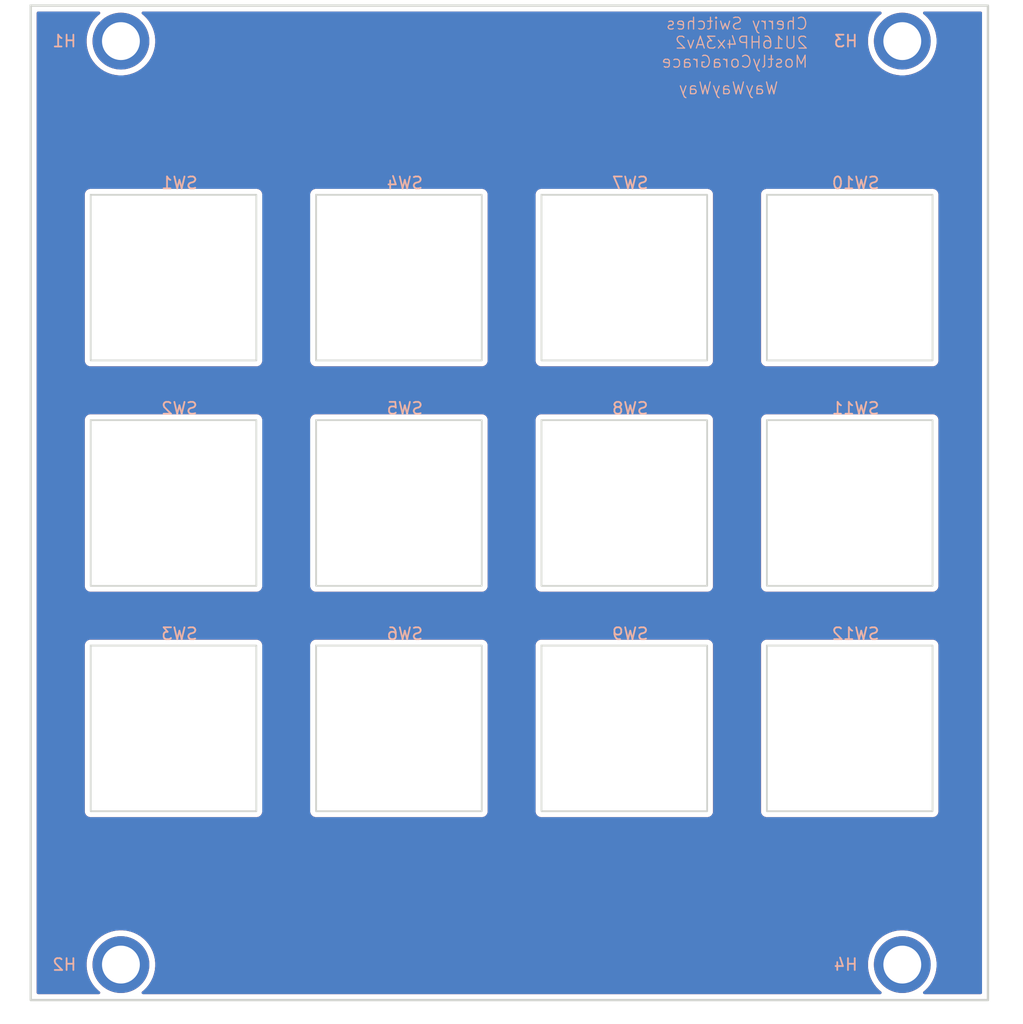
<source format=kicad_pcb>
(kicad_pcb (version 20241229) (generator "pcbnew") (generator_version "9.0")
  (layers (0 "F.Cu" signal) (2 "B.Cu" signal) (13 "F.Paste" user) (15 "B.Paste" user) (5 "F.SilkS" user "F.Silkscreen") (7 "B.SilkS" user "B.Silkscreen") (1 "F.Mask" user) (3 "B.Mask" user) (25 "Edge.Cuts" user))
  (net 0 "")
  (footprint "EXC:SW_Cherry_MX_1.00u_Mount" (layer "F.Cu") (at 50.165 63.5125)
    (property "Reference" "SW9" (at 0.5 -8 0) (layer "B.SilkS") (effects (justify mirror)))
    (property "Value" "SW_SPST_MOUNT")
    (fp_rect (start -7 -7) (end 7 7) (stroke (width 0.15)) (fill no) (layer "Edge.Cuts"))
  )
  (footprint "EXC:SW_Cherry_MX_1.00u_Mount" (layer "F.Cu") (at 12.065 44.4625)
    (property "Reference" "SW2" (at 0.5 -8 0) (layer "B.SilkS") (effects (justify mirror)))
    (property "Value" "SW_SPST_MOUNT")
    (fp_rect (start -7 -7) (end 7 7) (stroke (width 0.15)) (fill no) (layer "Edge.Cuts"))
  )
  (footprint "EXC:SW_Cherry_MX_1.00u_Mount" (layer "F.Cu") (at 12.065 63.5125)
    (property "Reference" "SW3" (at 0.5 -8 0) (layer "B.SilkS") (effects (justify mirror)))
    (property "Value" "SW_SPST_MOUNT")
    (fp_rect (start -7 -7) (end 7 7) (stroke (width 0.15)) (fill no) (layer "Edge.Cuts"))
  )
  (footprint "EXC:SW_Cherry_MX_1.00u_Mount" (layer "F.Cu") (at 31.115 63.5125)
    (property "Reference" "SW6" (at 0.5 -8 0) (layer "B.SilkS") (effects (justify mirror)))
    (property "Value" "SW_SPST_MOUNT")
    (fp_rect (start -7 -7) (end 7 7) (stroke (width 0.15)) (fill no) (layer "Edge.Cuts"))
  )
  (footprint "EXC:SW_Cherry_MX_1.00u_Mount" (layer "F.Cu") (at 12.065 25.4125)
    (property "Reference" "SW1" (at 0.5 -8 0) (layer "B.SilkS") (effects (justify mirror)))
    (property "Value" "SW_SPST_MOUNT")
    (fp_rect (start -7 -7) (end 7 7) (stroke (width 0.15)) (fill no) (layer "Edge.Cuts"))
  )
  (footprint "EXC:MountingHole_3.2mm_M3" (layer "F.Cu") (at 73.66 83.475)
    (property "Reference" "H4" (at -3.683 0 0) (layer "B.SilkS") (effects (justify left mirror)))
    (property "Value" "Eurorack_M3_MountingHole")
    (pad "" thru_hole circle (at 0 0) (size 4.8 4.8) (drill 3.2) (layers "*.Cu" "*.Mask"))
  )
  (footprint "EXC:MountingHole_3.2mm_M3" (layer "F.Cu") (at 7.62 83.475)
    (property "Reference" "H2" (at -3.683 0 0) (layer "B.SilkS") (effects (justify left mirror)))
    (property "Value" "Eurorack_M3_MountingHole")
    (pad "" thru_hole circle (at 0 0) (size 4.8 4.8) (drill 3.2) (layers "*.Cu" "*.Mask"))
  )
  (footprint "EXC:SW_Cherry_MX_1.00u_Mount" (layer "F.Cu") (at 31.115 25.4125)
    (property "Reference" "SW4" (at 0.5 -8 0) (layer "B.SilkS") (effects (justify mirror)))
    (property "Value" "SW_SPST_MOUNT")
    (fp_rect (start -7 -7) (end 7 7) (stroke (width 0.15)) (fill no) (layer "Edge.Cuts"))
  )
  (footprint "EXC:SW_Cherry_MX_1.00u_Mount" (layer "F.Cu") (at 50.165 44.4625)
    (property "Reference" "SW8" (at 0.5 -8 0) (layer "B.SilkS") (effects (justify mirror)))
    (property "Value" "SW_SPST_MOUNT")
    (fp_rect (start -7 -7) (end 7 7) (stroke (width 0.15)) (fill no) (layer "Edge.Cuts"))
  )
  (footprint "EXC:SW_Cherry_MX_1.00u_Mount" (layer "F.Cu") (at 69.215 44.4625)
    (property "Reference" "SW11" (at 0.5 -8 0) (layer "B.SilkS") (effects (justify mirror)))
    (property "Value" "SW_SPST_MOUNT")
    (fp_rect (start -7 -7) (end 7 7) (stroke (width 0.15)) (fill no) (layer "Edge.Cuts"))
  )
  (footprint "EXC:MountingHole_3.2mm_M3" (layer "F.Cu") (at 7.62 5.425)
    (property "Reference" "H1" (at -3.683 0 0) (layer "B.SilkS") (effects (justify left mirror)))
    (property "Value" "Eurorack_M3_MountingHole")
    (pad "" thru_hole circle (at 0 0) (size 4.8 4.8) (drill 3.2) (layers "*.Cu" "*.Mask"))
  )
  (footprint "EXC:MountingHole_3.2mm_M3" (layer "F.Cu") (at 73.66 5.425)
    (property "Reference" "H3" (at -3.683 0 0) (layer "B.SilkS") (effects (justify left mirror)))
    (property "Value" "Eurorack_M3_MountingHole")
    (pad "" thru_hole circle (at 0 0) (size 4.8 4.8) (drill 3.2) (layers "*.Cu" "*.Mask"))
  )
  (footprint "EXC:SW_Cherry_MX_1.00u_Mount" (layer "F.Cu") (at 50.165 25.4125)
    (property "Reference" "SW7" (at 0.5 -8 0) (layer "B.SilkS") (effects (justify mirror)))
    (property "Value" "SW_SPST_MOUNT")
    (fp_rect (start -7 -7) (end 7 7) (stroke (width 0.15)) (fill no) (layer "Edge.Cuts"))
  )
  (footprint "EXC:SW_Cherry_MX_1.00u_Mount" (layer "F.Cu") (at 31.115 44.4625)
    (property "Reference" "SW5" (at 0.5 -8 0) (layer "B.SilkS") (effects (justify mirror)))
    (property "Value" "SW_SPST_MOUNT")
    (fp_rect (start -7 -7) (end 7 7) (stroke (width 0.15)) (fill no) (layer "Edge.Cuts"))
  )
  (footprint "EXC:SW_Cherry_MX_1.00u_Mount" (layer "F.Cu") (at 69.215 25.4125)
    (property "Reference" "SW10" (at 0.5 -8 0) (layer "B.SilkS") (effects (justify mirror)))
    (property "Value" "SW_SPST_MOUNT")
    (fp_rect (start -7 -7) (end 7 7) (stroke (width 0.15)) (fill no) (layer "Edge.Cuts"))
  )
  (footprint "EXC:SW_Cherry_MX_1.00u_Mount" (layer "F.Cu") (at 69.215 63.5125)
    (property "Reference" "SW12" (at 0.5 -8 0) (layer "B.SilkS") (effects (justify mirror)))
    (property "Value" "SW_SPST_MOUNT")
    (fp_rect (start -7 -7) (end 7 7) (stroke (width 0.15)) (fill no) (layer "Edge.Cuts"))
  )
  (gr_rect (start 0 2.425) (end 80.9 86.475) (stroke (width 0.2)) (fill no) (layer "Edge.Cuts"))
  (gr_text "Cherry Switches\n2U16HP4x3Av2\nMostlyCoraGrace" (at 65.75 7.75 0) (layer "B.SilkS") (effects (font (size 1 1) (thickness 0.1)) (justify left bottom mirror)))
  (gr_text "WayWayWay" (at 63.25 10 0) (layer "B.SilkS") (effects (font (size 1 1) (thickness 0.1)) (justify left bottom mirror)))
  (zone (net 0) (net_name "") (layers "F.Cu" "B.Cu") (connect_pads (clearance 0.5)) (min_thickness 0.25) (fill yes (thermal_gap 0.5) (thermal_bridge_width 0.5) (island_removal_mode 1) (island_area_min 10))
    (polygon (pts (xy 0 2.425) (xy 80.9 2.425) (xy 80.9 86.475) (xy 0 86.475)))
  )
)
</source>
